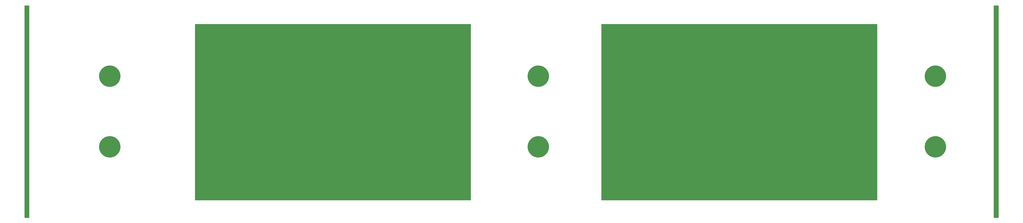
<source format=gbr>
%TF.GenerationSoftware,KiCad,Pcbnew,(5.1.10)-1*%
%TF.CreationDate,2022-11-15T16:39:47-07:00*%
%TF.ProjectId,dm542t_mount,646d3534-3274-45f6-9d6f-756e742e6b69,rev?*%
%TF.SameCoordinates,Original*%
%TF.FileFunction,Soldermask,Top*%
%TF.FilePolarity,Negative*%
%FSLAX46Y46*%
G04 Gerber Fmt 4.6, Leading zero omitted, Abs format (unit mm)*
G04 Created by KiCad (PCBNEW (5.1.10)-1) date 2022-11-15 16:39:47*
%MOMM*%
%LPD*%
G01*
G04 APERTURE LIST*
%ADD10C,0.100000*%
%ADD11C,9.200000*%
G04 APERTURE END LIST*
D10*
G36*
X2000000Y0D02*
G01*
X0Y0D01*
X0Y91000000D01*
X2000000Y91000000D01*
X2000000Y0D01*
G37*
X2000000Y0D02*
X0Y0D01*
X0Y91000000D01*
X2000000Y91000000D01*
X2000000Y0D01*
G36*
X417000000Y0D02*
G01*
X415000000Y0D01*
X415000000Y91000000D01*
X417000000Y91000000D01*
X417000000Y0D01*
G37*
X417000000Y0D02*
X415000000Y0D01*
X415000000Y91000000D01*
X417000000Y91000000D01*
X417000000Y0D01*
G36*
X365000000Y7500000D02*
G01*
X247000000Y7500000D01*
X247000000Y83000000D01*
X365000000Y83000000D01*
X365000000Y7500000D01*
G37*
X365000000Y7500000D02*
X247000000Y7500000D01*
X247000000Y83000000D01*
X365000000Y83000000D01*
X365000000Y7500000D01*
G36*
X191000000Y7500000D02*
G01*
X73000000Y7500000D01*
X73000000Y83000000D01*
X191000000Y83000000D01*
X191000000Y7500000D01*
G37*
X191000000Y7500000D02*
X73000000Y7500000D01*
X73000000Y83000000D01*
X191000000Y83000000D01*
X191000000Y7500000D01*
D11*
%TO.C,H6*%
X390000000Y60660000D03*
%TD*%
%TO.C,H5*%
X36500000Y30330000D03*
%TD*%
%TO.C,H4*%
X390000000Y30330000D03*
%TD*%
%TO.C,H3*%
X36500000Y60660000D03*
%TD*%
%TO.C,H2*%
X220000000Y60660000D03*
%TD*%
%TO.C,H1*%
X220000000Y30330000D03*
%TD*%
M02*

</source>
